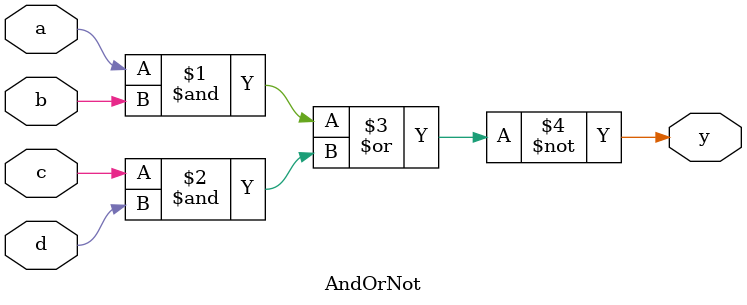
<source format=v>
`timescale 1ns / 1ps
module AndOrNot(
		input a,
		input b,
		input c,
		input d,
		output reg y
    );
	 
	 assign y = ~((a&b)|(c&d));
endmodule

</source>
